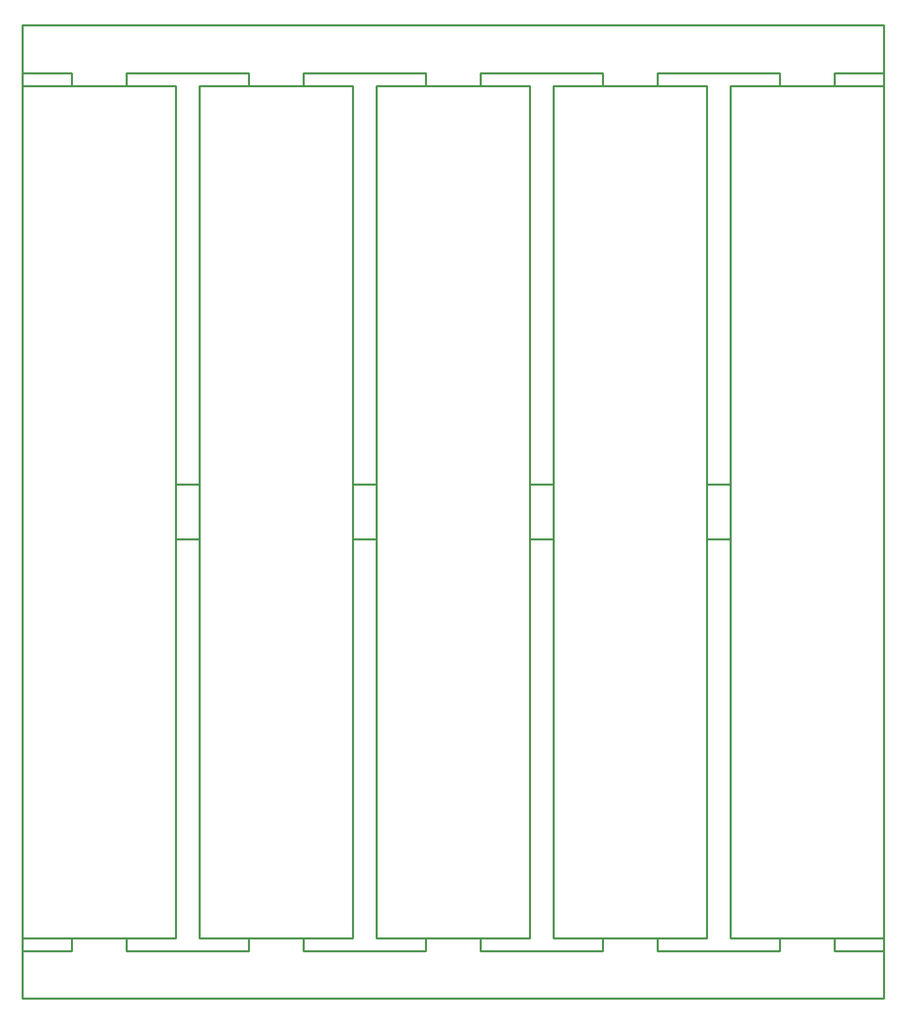
<source format=gko>
G04 Layer: BoardOutlineLayer*
G04 EasyEDA v6.5.23, 2023-06-10 17:59:46*
G04 2a4cce0fd74440f1b02c58f019cbd83e,5a6b42c53f6a479593ecc07194224c93,10*
G04 Gerber Generator version 0.2*
G04 Scale: 100 percent, Rotated: No, Reflected: No *
G04 Dimensions in millimeters *
G04 leading zeros omitted , absolute positions ,4 integer and 5 decimal *
%FSLAX45Y45*%
%MOMM*%

%ADD10C,0.2540*%
D10*
X50800Y11493500D02*
G01*
X1968500Y11493500D01*
X1968500Y825500D01*
X50800Y825500D01*
X50800Y11493500D01*
X2268499Y11493500D02*
G01*
X4186199Y11493500D01*
X4186199Y825500D01*
X2268499Y825500D01*
X2268499Y11493500D01*
X4486198Y11493500D02*
G01*
X6403898Y11493500D01*
X6403898Y825500D01*
X4486198Y825500D01*
X4486198Y11493500D01*
X6703898Y11493500D02*
G01*
X8621598Y11493500D01*
X8621598Y825500D01*
X6703898Y825500D01*
X6703898Y11493500D01*
X8921597Y11493500D02*
G01*
X10839297Y11493500D01*
X10839297Y825500D01*
X8921597Y825500D01*
X8921597Y11493500D01*
X50800Y12253498D02*
G01*
X10839297Y12253498D01*
X10839297Y65501D01*
X50800Y65501D01*
X50800Y12253498D01*
X667646Y11653499D02*
G01*
X50800Y11653499D01*
X667646Y665500D02*
G01*
X50800Y665500D01*
X2885346Y11653499D02*
G01*
X1351655Y11653499D01*
X2885346Y665500D02*
G01*
X1351655Y665500D01*
X5103045Y11653499D02*
G01*
X3569355Y11653499D01*
X5103045Y665500D02*
G01*
X3569355Y665500D01*
X7320744Y11653499D02*
G01*
X5787054Y11653499D01*
X7320744Y665500D02*
G01*
X5787054Y665500D01*
X9538444Y11653499D02*
G01*
X8004754Y11653499D01*
X9538444Y665500D02*
G01*
X8004754Y665500D01*
X10839297Y11653499D02*
G01*
X10222453Y11653499D01*
X10839297Y665500D02*
G01*
X10222453Y665500D01*
X2259332Y6501503D02*
G01*
X1977666Y6501503D01*
X2259332Y5817494D02*
G01*
X1977666Y5817494D01*
X4477031Y6501503D02*
G01*
X4195366Y6501503D01*
X4477031Y5817494D02*
G01*
X4195366Y5817494D01*
X6694731Y6501503D02*
G01*
X6413065Y6501503D01*
X6694731Y5817494D02*
G01*
X6413065Y5817494D01*
X8912430Y6501503D02*
G01*
X8630765Y6501503D01*
X8912430Y5817494D02*
G01*
X8630765Y5817494D01*
X667646Y11502666D02*
G01*
X667646Y11653499D01*
X667646Y665500D02*
G01*
X667646Y816333D01*
X1351655Y11502666D02*
G01*
X1351655Y11653499D01*
X1351655Y665500D02*
G01*
X1351655Y816333D01*
X2885346Y11502666D02*
G01*
X2885346Y11653499D01*
X2885346Y665500D02*
G01*
X2885346Y816333D01*
X3569355Y11502666D02*
G01*
X3569355Y11653499D01*
X3569355Y665500D02*
G01*
X3569355Y816333D01*
X5103045Y11502666D02*
G01*
X5103045Y11653499D01*
X5103045Y665500D02*
G01*
X5103045Y816333D01*
X5787054Y11502666D02*
G01*
X5787054Y11653499D01*
X5787054Y665500D02*
G01*
X5787054Y816333D01*
X7320744Y11502666D02*
G01*
X7320744Y11653499D01*
X7320744Y665500D02*
G01*
X7320744Y816333D01*
X8004754Y11502666D02*
G01*
X8004754Y11653499D01*
X8004754Y665500D02*
G01*
X8004754Y816333D01*
X9538444Y11502666D02*
G01*
X9538444Y11653499D01*
X9538444Y665500D02*
G01*
X9538444Y816333D01*
X10222453Y11502666D02*
G01*
X10222453Y11653499D01*
X10222453Y665500D02*
G01*
X10222453Y816333D01*

%LPD*%
M02*

</source>
